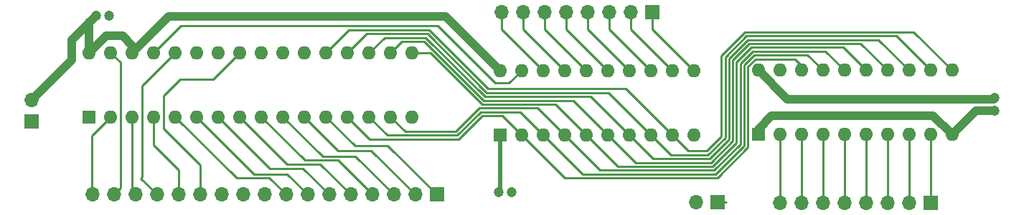
<source format=gbr>
%TF.GenerationSoftware,KiCad,Pcbnew,(5.1.9-0-10_14)*%
%TF.CreationDate,2021-04-21T20:43:37-04:00*%
%TF.ProjectId,RAM,52414d2e-6b69-4636-9164-5f7063625858,rev?*%
%TF.SameCoordinates,Original*%
%TF.FileFunction,Copper,L1,Top*%
%TF.FilePolarity,Positive*%
%FSLAX46Y46*%
G04 Gerber Fmt 4.6, Leading zero omitted, Abs format (unit mm)*
G04 Created by KiCad (PCBNEW (5.1.9-0-10_14)) date 2021-04-21 20:43:37*
%MOMM*%
%LPD*%
G01*
G04 APERTURE LIST*
%TA.AperFunction,ComponentPad*%
%ADD10O,1.700000X1.700000*%
%TD*%
%TA.AperFunction,ComponentPad*%
%ADD11R,1.700000X1.700000*%
%TD*%
%TA.AperFunction,ComponentPad*%
%ADD12C,1.200000*%
%TD*%
%TA.AperFunction,ComponentPad*%
%ADD13O,1.600000X1.600000*%
%TD*%
%TA.AperFunction,ComponentPad*%
%ADD14R,1.600000X1.600000*%
%TD*%
%TA.AperFunction,Conductor*%
%ADD15C,0.250000*%
%TD*%
%TA.AperFunction,Conductor*%
%ADD16C,0.500000*%
%TD*%
%TA.AperFunction,Conductor*%
%ADD17C,1.000000*%
%TD*%
G04 APERTURE END LIST*
D10*
%TO.P,J4,2*%
%TO.N,/WRITE*%
X125628400Y-77419200D03*
D11*
%TO.P,J4,1*%
%TO.N,/OUT_EN*%
X128168400Y-77419200D03*
%TD*%
D12*
%TO.P,C2,2*%
%TO.N,GND*%
X102386000Y-76200000D03*
%TO.P,C2,1*%
%TO.N,+5V*%
X103886000Y-76200000D03*
%TD*%
%TO.P,C1,2*%
%TO.N,GND*%
X56364000Y-55270400D03*
%TO.P,C1,1*%
%TO.N,+5V*%
X54864000Y-55270400D03*
%TD*%
%TO.P,C3,2*%
%TO.N,GND*%
X160883600Y-66574800D03*
%TO.P,C3,1*%
%TO.N,+5V*%
X160883600Y-65074800D03*
%TD*%
D10*
%TO.P,J5,8*%
%TO.N,/RAM_OUT1*%
X135585200Y-77470000D03*
%TO.P,J5,7*%
%TO.N,/RAM_OUT2*%
X138125200Y-77470000D03*
%TO.P,J5,6*%
%TO.N,/RAM_OUT3*%
X140665200Y-77470000D03*
%TO.P,J5,5*%
%TO.N,/RAM_OUT4*%
X143205200Y-77470000D03*
%TO.P,J5,4*%
%TO.N,/RAM_OUT5*%
X145745200Y-77470000D03*
%TO.P,J5,3*%
%TO.N,/RAM_OUT6*%
X148285200Y-77470000D03*
%TO.P,J5,2*%
%TO.N,/RAM_OUT7*%
X150825200Y-77470000D03*
D11*
%TO.P,J5,1*%
%TO.N,/RAM_OUT8*%
X153365200Y-77470000D03*
%TD*%
D10*
%TO.P,J3,8*%
%TO.N,/IN1*%
X102666800Y-54864000D03*
%TO.P,J3,7*%
%TO.N,/IN2*%
X105206800Y-54864000D03*
%TO.P,J3,6*%
%TO.N,/IN3*%
X107746800Y-54864000D03*
%TO.P,J3,5*%
%TO.N,/IN4*%
X110286800Y-54864000D03*
%TO.P,J3,4*%
%TO.N,/IN5*%
X112826800Y-54864000D03*
%TO.P,J3,3*%
%TO.N,/IN6*%
X115366800Y-54864000D03*
%TO.P,J3,2*%
%TO.N,/IN7*%
X117906800Y-54864000D03*
D11*
%TO.P,J3,1*%
%TO.N,/IN8*%
X120446800Y-54864000D03*
%TD*%
D13*
%TO.P,U15,20*%
%TO.N,+5V*%
X132994400Y-61772800D03*
%TO.P,U15,10*%
%TO.N,GND*%
X155854400Y-69392800D03*
%TO.P,U15,19*%
%TO.N,/OUT_EN*%
X135534400Y-61772800D03*
%TO.P,U15,9*%
%TO.N,/RAM_OUT8*%
X153314400Y-69392800D03*
%TO.P,U15,18*%
%TO.N,Net-(U14-Pad2)*%
X138074400Y-61772800D03*
%TO.P,U15,8*%
%TO.N,/RAM_OUT7*%
X150774400Y-69392800D03*
%TO.P,U15,17*%
%TO.N,Net-(U14-Pad3)*%
X140614400Y-61772800D03*
%TO.P,U15,7*%
%TO.N,/RAM_OUT6*%
X148234400Y-69392800D03*
%TO.P,U15,16*%
%TO.N,Net-(U14-Pad4)*%
X143154400Y-61772800D03*
%TO.P,U15,6*%
%TO.N,/RAM_OUT5*%
X145694400Y-69392800D03*
%TO.P,U15,15*%
%TO.N,Net-(U14-Pad5)*%
X145694400Y-61772800D03*
%TO.P,U15,5*%
%TO.N,/RAM_OUT4*%
X143154400Y-69392800D03*
%TO.P,U15,14*%
%TO.N,Net-(U14-Pad6)*%
X148234400Y-61772800D03*
%TO.P,U15,4*%
%TO.N,/RAM_OUT3*%
X140614400Y-69392800D03*
%TO.P,U15,13*%
%TO.N,Net-(U14-Pad7)*%
X150774400Y-61772800D03*
%TO.P,U15,3*%
%TO.N,/RAM_OUT2*%
X138074400Y-69392800D03*
%TO.P,U15,12*%
%TO.N,Net-(U14-Pad8)*%
X153314400Y-61772800D03*
%TO.P,U15,2*%
%TO.N,/RAM_OUT1*%
X135534400Y-69392800D03*
%TO.P,U15,11*%
%TO.N,Net-(U14-Pad9)*%
X155854400Y-61772800D03*
D14*
%TO.P,U15,1*%
%TO.N,GND*%
X132994400Y-69392800D03*
%TD*%
D13*
%TO.P,U14,20*%
%TO.N,+5V*%
X102514400Y-61823600D03*
%TO.P,U14,10*%
%TO.N,GND*%
X125374400Y-69443600D03*
%TO.P,U14,19*%
%TO.N,/WRITE*%
X105054400Y-61823600D03*
%TO.P,U14,9*%
%TO.N,Net-(U14-Pad9)*%
X122834400Y-69443600D03*
%TO.P,U14,18*%
%TO.N,/IN1*%
X107594400Y-61823600D03*
%TO.P,U14,8*%
%TO.N,Net-(U14-Pad8)*%
X120294400Y-69443600D03*
%TO.P,U14,17*%
%TO.N,/IN2*%
X110134400Y-61823600D03*
%TO.P,U14,7*%
%TO.N,Net-(U14-Pad7)*%
X117754400Y-69443600D03*
%TO.P,U14,16*%
%TO.N,/IN3*%
X112674400Y-61823600D03*
%TO.P,U14,6*%
%TO.N,Net-(U14-Pad6)*%
X115214400Y-69443600D03*
%TO.P,U14,15*%
%TO.N,/IN4*%
X115214400Y-61823600D03*
%TO.P,U14,5*%
%TO.N,Net-(U14-Pad5)*%
X112674400Y-69443600D03*
%TO.P,U14,14*%
%TO.N,/IN5*%
X117754400Y-61823600D03*
%TO.P,U14,4*%
%TO.N,Net-(U14-Pad4)*%
X110134400Y-69443600D03*
%TO.P,U14,13*%
%TO.N,/IN6*%
X120294400Y-61823600D03*
%TO.P,U14,3*%
%TO.N,Net-(U14-Pad3)*%
X107594400Y-69443600D03*
%TO.P,U14,12*%
%TO.N,/IN7*%
X122834400Y-61823600D03*
%TO.P,U14,2*%
%TO.N,Net-(U14-Pad2)*%
X105054400Y-69443600D03*
%TO.P,U14,11*%
%TO.N,/IN8*%
X125374400Y-61823600D03*
D14*
%TO.P,U14,1*%
%TO.N,GND*%
X102514400Y-69443600D03*
%TD*%
D13*
%TO.P,U6,32*%
%TO.N,+5V*%
X54051200Y-59690000D03*
%TO.P,U6,16*%
%TO.N,GND*%
X92151200Y-67310000D03*
%TO.P,U6,31*%
%TO.N,/A16*%
X56591200Y-59690000D03*
%TO.P,U6,15*%
%TO.N,Net-(U14-Pad4)*%
X89611200Y-67310000D03*
%TO.P,U6,30*%
%TO.N,+5V*%
X59131200Y-59690000D03*
%TO.P,U6,14*%
%TO.N,Net-(U14-Pad3)*%
X87071200Y-67310000D03*
%TO.P,U6,29*%
%TO.N,/WRITE*%
X61671200Y-59690000D03*
%TO.P,U6,13*%
%TO.N,Net-(U14-Pad2)*%
X84531200Y-67310000D03*
%TO.P,U6,28*%
%TO.N,/A14*%
X64211200Y-59690000D03*
%TO.P,U6,12*%
%TO.N,/A1*%
X81991200Y-67310000D03*
%TO.P,U6,27*%
%TO.N,/A9*%
X66751200Y-59690000D03*
%TO.P,U6,11*%
%TO.N,/A2*%
X79451200Y-67310000D03*
%TO.P,U6,26*%
%TO.N,/A10*%
X69291200Y-59690000D03*
%TO.P,U6,10*%
%TO.N,/A3*%
X76911200Y-67310000D03*
%TO.P,U6,25*%
%TO.N,/A12*%
X71831200Y-59690000D03*
%TO.P,U6,9*%
%TO.N,/A4*%
X74371200Y-67310000D03*
%TO.P,U6,24*%
%TO.N,GND*%
X74371200Y-59690000D03*
%TO.P,U6,8*%
%TO.N,/A5*%
X71831200Y-67310000D03*
%TO.P,U6,23*%
%TO.N,/A11*%
X76911200Y-59690000D03*
%TO.P,U6,7*%
%TO.N,/A6*%
X69291200Y-67310000D03*
%TO.P,U6,22*%
%TO.N,GND*%
X79451200Y-59690000D03*
%TO.P,U6,6*%
%TO.N,/A7*%
X66751200Y-67310000D03*
%TO.P,U6,21*%
%TO.N,Net-(U14-Pad9)*%
X81991200Y-59690000D03*
%TO.P,U6,5*%
%TO.N,/A8*%
X64211200Y-67310000D03*
%TO.P,U6,20*%
%TO.N,Net-(U14-Pad8)*%
X84531200Y-59690000D03*
%TO.P,U6,4*%
%TO.N,/A13*%
X61671200Y-67310000D03*
%TO.P,U6,19*%
%TO.N,Net-(U14-Pad7)*%
X87071200Y-59690000D03*
%TO.P,U6,3*%
%TO.N,/A15*%
X59131200Y-67310000D03*
%TO.P,U6,18*%
%TO.N,Net-(U14-Pad6)*%
X89611200Y-59690000D03*
%TO.P,U6,2*%
%TO.N,/A17*%
X56591200Y-67310000D03*
%TO.P,U6,17*%
%TO.N,Net-(U14-Pad5)*%
X92151200Y-59690000D03*
D14*
%TO.P,U6,1*%
%TO.N,Net-(U6-Pad1)*%
X54051200Y-67310000D03*
%TD*%
D10*
%TO.P,J2,17*%
%TO.N,/A17*%
X54406800Y-76504800D03*
%TO.P,J2,16*%
%TO.N,/A16*%
X56946800Y-76504800D03*
%TO.P,J2,15*%
%TO.N,/A15*%
X59486800Y-76504800D03*
%TO.P,J2,14*%
%TO.N,/A14*%
X62026800Y-76504800D03*
%TO.P,J2,13*%
%TO.N,/A13*%
X64566800Y-76504800D03*
%TO.P,J2,12*%
%TO.N,/A12*%
X67106800Y-76504800D03*
%TO.P,J2,11*%
%TO.N,/A11*%
X69646800Y-76504800D03*
%TO.P,J2,10*%
%TO.N,/A10*%
X72186800Y-76504800D03*
%TO.P,J2,9*%
%TO.N,/A9*%
X74726800Y-76504800D03*
%TO.P,J2,8*%
%TO.N,/A8*%
X77266800Y-76504800D03*
%TO.P,J2,7*%
%TO.N,/A7*%
X79806800Y-76504800D03*
%TO.P,J2,6*%
%TO.N,/A6*%
X82346800Y-76504800D03*
%TO.P,J2,5*%
%TO.N,/A5*%
X84886800Y-76504800D03*
%TO.P,J2,4*%
%TO.N,/A4*%
X87426800Y-76504800D03*
%TO.P,J2,3*%
%TO.N,/A3*%
X89966800Y-76504800D03*
%TO.P,J2,2*%
%TO.N,/A2*%
X92506800Y-76504800D03*
D11*
%TO.P,J2,1*%
%TO.N,/A1*%
X95046800Y-76504800D03*
%TD*%
D10*
%TO.P,J1,2*%
%TO.N,+5V*%
X47244000Y-65278000D03*
D11*
%TO.P,J1,1*%
%TO.N,GND*%
X47244000Y-67818000D03*
%TD*%
D15*
%TO.N,GND*%
X102514400Y-76071600D02*
X102386000Y-76200000D01*
D16*
X102514400Y-69443600D02*
X102514400Y-76071600D01*
D17*
X158672400Y-66574800D02*
X155854400Y-69392800D01*
X160883600Y-66574800D02*
X158672400Y-66574800D01*
D15*
X132994400Y-69392800D02*
X132994400Y-68732400D01*
D17*
X132994400Y-68732400D02*
X134569200Y-67157600D01*
X153619200Y-67157600D02*
X155854400Y-69392800D01*
X134569200Y-67157600D02*
X153619200Y-67157600D01*
%TO.N,+5V*%
X54864000Y-55270400D02*
X51968400Y-58166000D01*
X51968400Y-60553600D02*
X47244000Y-65278000D01*
X51968400Y-58166000D02*
X51968400Y-60553600D01*
D15*
X54051200Y-56083200D02*
X54864000Y-55270400D01*
D17*
X54051200Y-59690000D02*
X54051200Y-56083200D01*
X132994400Y-61772800D02*
X136398000Y-65176400D01*
D15*
X160782000Y-65176400D02*
X160883600Y-65074800D01*
D17*
X136398000Y-65176400D02*
X160782000Y-65176400D01*
X102514400Y-61823600D02*
X96062800Y-55372000D01*
X63449200Y-55372000D02*
X59131200Y-59690000D01*
X96062800Y-55372000D02*
X63449200Y-55372000D01*
X54051200Y-59690000D02*
X56032400Y-57708800D01*
X56032400Y-57708800D02*
X57962800Y-57708800D01*
D15*
X59131200Y-58877200D02*
X59131200Y-59690000D01*
D17*
X57962800Y-57708800D02*
X59131200Y-58877200D01*
D15*
%TO.N,/A17*%
X56591200Y-67310000D02*
X54356000Y-69545200D01*
X54356000Y-76454000D02*
X54406800Y-76504800D01*
X54356000Y-69545200D02*
X54356000Y-76454000D01*
%TO.N,/A16*%
X57716201Y-75735399D02*
X56946800Y-76504800D01*
X57716201Y-60815001D02*
X57716201Y-75735399D01*
X56591200Y-59690000D02*
X57716201Y-60815001D01*
%TO.N,/A15*%
X59131200Y-76149200D02*
X59486800Y-76504800D01*
X59131200Y-67310000D02*
X59131200Y-76149200D01*
%TO.N,/A14*%
X62026800Y-76504800D02*
X60096400Y-74574400D01*
X60256201Y-63644999D02*
X64211200Y-59690000D01*
X60256201Y-74414599D02*
X60256201Y-63644999D01*
X60096400Y-74574400D02*
X60256201Y-74414599D01*
%TO.N,/A13*%
X61671200Y-67310000D02*
X61671200Y-70662800D01*
X64566800Y-73558400D02*
X64566800Y-76504800D01*
X61671200Y-70662800D02*
X64566800Y-73558400D01*
%TO.N,/A12*%
X67106800Y-76504800D02*
X67106800Y-72999600D01*
X62796201Y-68689001D02*
X62796201Y-64777401D01*
X67106800Y-72999600D02*
X62796201Y-68689001D01*
X62796201Y-64777401D02*
X64734002Y-62839600D01*
X68681600Y-62839600D02*
X71831200Y-59690000D01*
X64734002Y-62839600D02*
X68681600Y-62839600D01*
%TO.N,/A8*%
X64211200Y-67310000D02*
X71424800Y-74523600D01*
X75285600Y-74523600D02*
X77266800Y-76504800D01*
X71424800Y-74523600D02*
X75285600Y-74523600D01*
%TO.N,/A7*%
X66751200Y-67310000D02*
X73514789Y-74073589D01*
X73514789Y-74073589D02*
X77375589Y-74073589D01*
X77375589Y-74073589D02*
X79806800Y-76504800D01*
%TO.N,/A6*%
X69291200Y-67310000D02*
X75387200Y-73406000D01*
X79248000Y-73406000D02*
X82346800Y-76504800D01*
X75387200Y-73406000D02*
X79248000Y-73406000D01*
%TO.N,/A5*%
X81280000Y-72898000D02*
X84886800Y-76504800D01*
X71831200Y-67310000D02*
X77419200Y-72898000D01*
X77419200Y-72898000D02*
X81280000Y-72898000D01*
%TO.N,/A4*%
X74371200Y-67310000D02*
X79509189Y-72447989D01*
X79509189Y-72447989D02*
X83369989Y-72447989D01*
X83369989Y-72447989D02*
X87426800Y-76504800D01*
%TO.N,/A3*%
X76911200Y-67310000D02*
X81599178Y-71997978D01*
X81599178Y-71997978D02*
X85459978Y-71997978D01*
X85459978Y-71997978D02*
X89966800Y-76504800D01*
%TO.N,/A2*%
X79451200Y-67310000D02*
X83413600Y-71272400D01*
X87274400Y-71272400D02*
X92506800Y-76504800D01*
X83413600Y-71272400D02*
X87274400Y-71272400D01*
%TO.N,/A1*%
X89255600Y-70713600D02*
X95046800Y-76504800D01*
X85394800Y-70713600D02*
X89255600Y-70713600D01*
X81991200Y-67310000D02*
X85394800Y-70713600D01*
%TO.N,/WRITE*%
X105054400Y-61823600D02*
X103581200Y-63296800D01*
X103581200Y-63296800D02*
X101955600Y-63296800D01*
X101955600Y-63296800D02*
X95148400Y-56489600D01*
X64871600Y-56489600D02*
X61671200Y-59690000D01*
X95148400Y-56489600D02*
X64871600Y-56489600D01*
%TO.N,/OUT_EN*%
X129235200Y-77419200D02*
X128168400Y-77419200D01*
%TO.N,Net-(U14-Pad4)*%
X106948378Y-66257578D02*
X110134400Y-69443600D01*
X100058800Y-66257578D02*
X106948378Y-66257578D01*
X97279178Y-69037200D02*
X100058800Y-66257578D01*
X91338400Y-69037200D02*
X97279178Y-69037200D01*
X89611200Y-67310000D02*
X91338400Y-69037200D01*
X140882780Y-59501180D02*
X143154400Y-61772800D01*
X132328196Y-59501180D02*
X140882780Y-59501180D01*
X110134400Y-69443600D02*
X114314855Y-73624055D01*
X130875180Y-60954196D02*
X132328196Y-59501180D01*
X114314855Y-73624055D02*
X127779600Y-73624055D01*
X127779600Y-73624055D02*
X130875180Y-70528475D01*
X130875180Y-70528475D02*
X130875180Y-60954196D01*
%TO.N,Net-(U14-Pad3)*%
X89248411Y-69487211D02*
X97465578Y-69487211D01*
X100245200Y-66707589D02*
X104858389Y-66707589D01*
X87071200Y-67310000D02*
X89248411Y-69487211D01*
X104858389Y-66707589D02*
X107594400Y-69443600D01*
X97465578Y-69487211D02*
X100245200Y-66707589D01*
X107594400Y-69443600D02*
X112224866Y-74074066D01*
X131325664Y-70714402D02*
X131325664Y-61140123D01*
X138792791Y-59951191D02*
X140614400Y-61772800D01*
X127966000Y-74074066D02*
X131325664Y-70714402D01*
X132514596Y-59951191D02*
X138792791Y-59951191D01*
X112224866Y-74074066D02*
X127966000Y-74074066D01*
X131325664Y-61140123D02*
X132514596Y-59951191D01*
%TO.N,Net-(U14-Pad2)*%
X97651978Y-69937222D02*
X100431600Y-67157600D01*
X100431600Y-67157600D02*
X102768400Y-67157600D01*
X84531200Y-67310000D02*
X87158422Y-69937222D01*
X87158422Y-69937222D02*
X97651978Y-69937222D01*
X102768400Y-67157600D02*
X105054400Y-69443600D01*
X137871200Y-61772800D02*
X138074400Y-61772800D01*
X110134877Y-74524077D02*
X128152400Y-74524077D01*
X128152400Y-74524077D02*
X131775675Y-70900801D01*
X138074400Y-61214000D02*
X138074400Y-61772800D01*
X131775675Y-61326523D02*
X132650198Y-60452000D01*
X105054400Y-69443600D02*
X110134877Y-74524077D01*
X131775675Y-70900801D02*
X131775675Y-61326523D01*
X132650198Y-60452000D02*
X137312400Y-60452000D01*
X137312400Y-60452000D02*
X138074400Y-61214000D01*
%TO.N,Net-(U14-Pad9)*%
X117348000Y-63957200D02*
X122834400Y-69443600D01*
X101097640Y-63957200D02*
X117348000Y-63957200D01*
X94138040Y-56997600D02*
X101097640Y-63957200D01*
X84683600Y-56997600D02*
X94138040Y-56997600D01*
X81991200Y-59690000D02*
X84683600Y-56997600D01*
X128624793Y-60011130D02*
X128624793Y-69596807D01*
X155854400Y-61772800D02*
X151332725Y-57251125D01*
X126898400Y-71323200D02*
X124714000Y-71323200D01*
X128624793Y-69596807D02*
X126898400Y-71323200D01*
X131384798Y-57251125D02*
X128624793Y-60011130D01*
X124714000Y-71323200D02*
X122834400Y-69443600D01*
X151332725Y-57251125D02*
X131384798Y-57251125D01*
%TO.N,Net-(U14-Pad8)*%
X93951643Y-57447611D02*
X100961564Y-64457534D01*
X100961564Y-64457534D02*
X115308334Y-64457534D01*
X115308334Y-64457534D02*
X120294400Y-69443600D01*
X86773589Y-57447611D02*
X93951643Y-57447611D01*
X84531200Y-59690000D02*
X86773589Y-57447611D01*
X131571198Y-57701136D02*
X149242736Y-57701136D01*
X122674811Y-71824011D02*
X127034000Y-71824011D01*
X149242736Y-57701136D02*
X153314400Y-61772800D01*
X129074804Y-69783207D02*
X129074804Y-60197530D01*
X129074804Y-60197530D02*
X131571198Y-57701136D01*
X120294400Y-69443600D02*
X122674811Y-71824011D01*
X127034000Y-71824011D02*
X129074804Y-69783207D01*
%TO.N,Net-(U14-Pad7)*%
X88863578Y-57897622D02*
X93765243Y-57897622D01*
X113218345Y-64907545D02*
X117754400Y-69443600D01*
X93765243Y-57897622D02*
X100775165Y-64907545D01*
X100775165Y-64907545D02*
X113218345Y-64907545D01*
X87071200Y-59690000D02*
X88863578Y-57897622D01*
X120584822Y-72274022D02*
X127220400Y-72274022D01*
X117754400Y-69443600D02*
X120584822Y-72274022D01*
X129524815Y-60383930D02*
X131757598Y-58151147D01*
X129524815Y-69969607D02*
X129524815Y-60383930D01*
X131757598Y-58151147D02*
X147152747Y-58151147D01*
X147152747Y-58151147D02*
X150774400Y-61772800D01*
X127220400Y-72274022D02*
X129524815Y-69969607D01*
%TO.N,Net-(U14-Pad6)*%
X89611200Y-59690000D02*
X90953567Y-58347633D01*
X90953567Y-58347633D02*
X93578843Y-58347633D01*
X93578843Y-58347633D02*
X100588766Y-65357556D01*
X100588766Y-65357556D02*
X111128356Y-65357556D01*
X111128356Y-65357556D02*
X115214400Y-69443600D01*
X118494833Y-72724033D02*
X127406800Y-72724033D01*
X115214400Y-69443600D02*
X118494833Y-72724033D01*
X127406800Y-72724033D02*
X129974826Y-70156007D01*
X129974826Y-60570330D02*
X131943998Y-58601158D01*
X129974826Y-70156007D02*
X129974826Y-60570330D01*
X145062758Y-58601158D02*
X148234400Y-61772800D01*
X131943998Y-58601158D02*
X145062758Y-58601158D01*
%TO.N,Net-(U14-Pad5)*%
X100402367Y-65807567D02*
X109038367Y-65807567D01*
X109038367Y-65807567D02*
X112674400Y-69443600D01*
X94284800Y-59690000D02*
X100402367Y-65807567D01*
X92151200Y-59690000D02*
X94284800Y-59690000D01*
X127593200Y-73174044D02*
X130425169Y-70342075D01*
X142972769Y-59051169D02*
X145694400Y-61772800D01*
X116404844Y-73174044D02*
X127593200Y-73174044D01*
X130425169Y-60767796D02*
X132141796Y-59051169D01*
X130425169Y-70342075D02*
X130425169Y-60767796D01*
X112674400Y-69443600D02*
X116404844Y-73174044D01*
X132141796Y-59051169D02*
X142972769Y-59051169D01*
%TO.N,/IN1*%
X102666800Y-56896000D02*
X107594400Y-61823600D01*
X102666800Y-54864000D02*
X102666800Y-56896000D01*
%TO.N,/IN2*%
X105206800Y-56896000D02*
X110134400Y-61823600D01*
X105206800Y-54864000D02*
X105206800Y-56896000D01*
%TO.N,/IN3*%
X107746800Y-56896000D02*
X112674400Y-61823600D01*
X107746800Y-54864000D02*
X107746800Y-56896000D01*
%TO.N,/IN4*%
X110286800Y-56896000D02*
X115214400Y-61823600D01*
X110286800Y-54864000D02*
X110286800Y-56896000D01*
%TO.N,/IN5*%
X112826800Y-56896000D02*
X117754400Y-61823600D01*
X112826800Y-54864000D02*
X112826800Y-56896000D01*
%TO.N,/IN6*%
X115366800Y-56896000D02*
X120294400Y-61823600D01*
X115366800Y-54864000D02*
X115366800Y-56896000D01*
%TO.N,/IN7*%
X117906800Y-56896000D02*
X122834400Y-61823600D01*
X117906800Y-54864000D02*
X117906800Y-56896000D01*
%TO.N,/IN8*%
X120446800Y-56896000D02*
X125374400Y-61823600D01*
X120446800Y-54864000D02*
X120446800Y-56896000D01*
%TO.N,/RAM_OUT8*%
X153314400Y-77419200D02*
X153365200Y-77470000D01*
X153314400Y-69392800D02*
X153314400Y-77419200D01*
%TO.N,/RAM_OUT7*%
X150825200Y-69443600D02*
X150774400Y-69392800D01*
X150825200Y-77470000D02*
X150825200Y-69443600D01*
%TO.N,/RAM_OUT6*%
X148234400Y-77419200D02*
X148285200Y-77470000D01*
X148234400Y-69392800D02*
X148234400Y-77419200D01*
%TO.N,/RAM_OUT5*%
X145745200Y-69443600D02*
X145694400Y-69392800D01*
X145745200Y-77470000D02*
X145745200Y-69443600D01*
%TO.N,/RAM_OUT4*%
X143154400Y-77419200D02*
X143205200Y-77470000D01*
X143154400Y-69392800D02*
X143154400Y-77419200D01*
%TO.N,/RAM_OUT3*%
X140665200Y-69443600D02*
X140614400Y-69392800D01*
X140665200Y-77470000D02*
X140665200Y-69443600D01*
%TO.N,/RAM_OUT2*%
X138074400Y-77419200D02*
X138125200Y-77470000D01*
X138074400Y-69392800D02*
X138074400Y-77419200D01*
%TO.N,/RAM_OUT1*%
X135534400Y-77419200D02*
X135585200Y-77470000D01*
X135534400Y-69392800D02*
X135534400Y-77419200D01*
%TD*%
M02*

</source>
